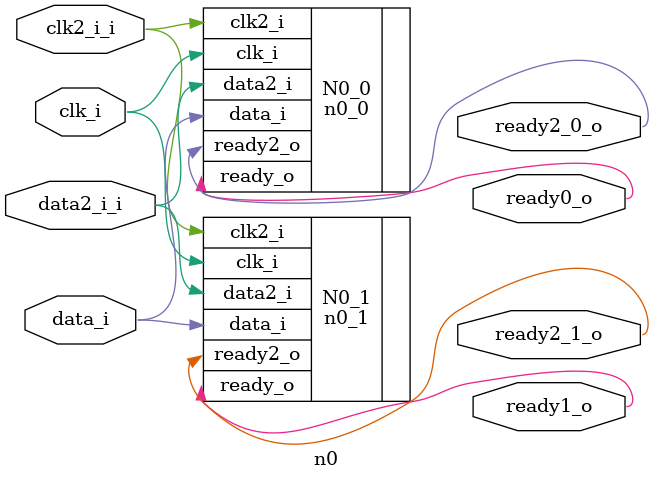
<source format=v>


`timescale 1ns/10ps




// No user `defines in this module


module n0
//
// Generated Module N0
//
	(
		input	wire		clk_i,
		input	wire		data_i,
		output	wire		ready0_o,
		output	wire		ready1_o,
		input	wire		clk2_i_i,
		input	wire		data2_i_i,
		output	wire		ready2_0_o,
		output	wire		ready2_1_o
	);

// End of generated module header


	// Internal signals

	//
	// Generated Signal List
	//
	//
	// End of Generated Signal List
	//


	// %COMPILER_OPTS%

	//
	// Generated Signal Assignments
	//




	//
	// Generated Instances and Port Mappings
	//
		// Generated Instance Port Map for N0_0
		n0_0 N0_0 (

			.clk2_i(clk2_i_i),	// __I_USE_PORT clk2_i_i for signal clk2_i
			.clk_i(clk_i),	// __I_USE_PORT clk_i for signal clk
			.data2_i(data2_i_i),	// __I_USE_PORT data2_i_i for signal data2_i
			.data_i(data_i),	// __I_USE_PORT data_i for signal data
			.ready2_o(ready2_0_o),	// __I_USE_PORT ready2_0_o for signal ready2_0
			.ready_o(ready0_o)	// __I_USE_PORT ready0_o for signal ready0
		);
		// End of Generated Instance Port Map for N0_0

		// Generated Instance Port Map for N0_1
		n0_1 N0_1 (

			.clk2_i(clk2_i_i),	// __I_USE_PORT clk2_i_i for signal clk2_i
			.clk_i(clk_i),	// __I_USE_PORT clk_i for signal clk
			.data2_i(data2_i_i),	// __I_USE_PORT data2_i_i for signal data2_i
			.data_i(data_i),	// __I_USE_PORT data_i for signal data
			.ready2_o(ready2_1_o),	// __I_USE_PORT ready2_1_o for signal ready2_1
			.ready_o(ready1_o)	// __I_USE_PORT ready1_o for signal ready1
		);
		// End of Generated Instance Port Map for N0_1



endmodule
//
// End of Generated Module rtl of n0
//

//
//!End of Module/s
// --------------------------------------------------------------

</source>
